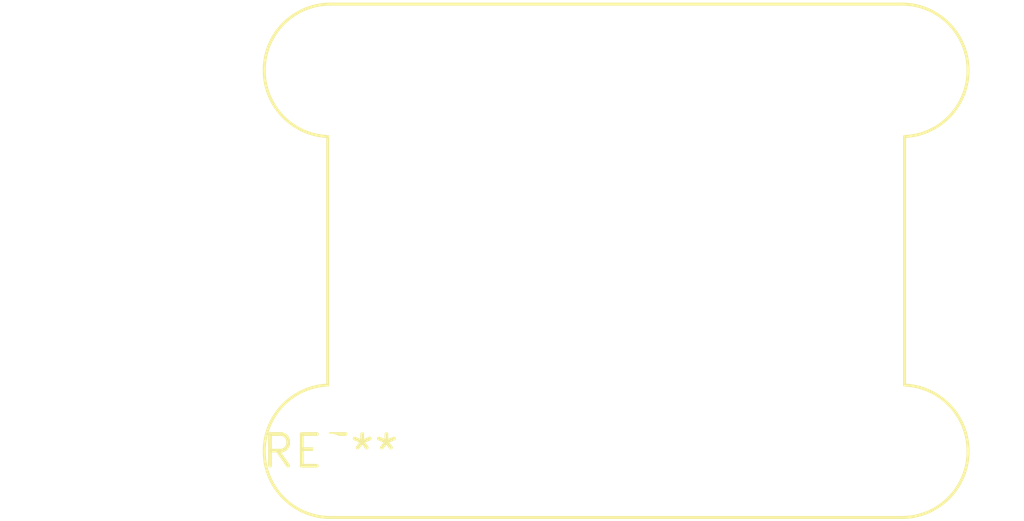
<source format=kicad_pcb>
(kicad_pcb (version 20240108) (generator pcbnew)
  (layers (0 "F.Cu" signal) (31 "B.Cu" signal) (34 "B.Paste" user) (35 "F.Paste" user) (36 "B.SilkS" user "B.Silkscreen") (37 "F.SilkS" user "F.Silkscreen") (38 "B.Mask" user) (39 "F.Mask" user) (44 "Edge.Cuts" user))
  (net 0 "")
  (footprint "L_Mount_Lodestone_VTM160" (layer "F.Cu") (at 0 0)
    (property "Reference" "REF**")
    (property "Value" "L_Mount_Lodestone_VTM160")
    (fp_line (start -0.11 -2.65) (end -0.11 -12.59) (layer "F.SilkS") (stroke (width 0.12)))
    (fp_line (start 0 -17.89) (end 22.86 -17.89) (layer "F.SilkS") (stroke (width 0.12)))
    (fp_line (start 0 2.65) (end 22.86 2.65) (layer "F.SilkS") (stroke (width 0.12)))
    (fp_line (start 22.97 -2.65) (end 22.97 -12.59) (layer "F.SilkS") (stroke (width 0.12)))
    (fp_arc (start -0.11097 -12.592325) (mid -2.649418 -15.295497) (end 0 -17.89) (layer "F.SilkS") (stroke (width 0.12)))
    (fp_arc (start 0 2.65) (mid -2.649419 0.055497) (end -0.11097 -2.647675) (layer "F.SilkS") (stroke (width 0.12)))
    (fp_arc (start 22.86 -17.89) (mid 25.509419 -15.295497) (end 22.97097 -12.592325) (layer "F.SilkS") (stroke (width 0.12)))
    (fp_arc (start 22.97097 -2.647675) (mid 25.509418 0.055497) (end 22.86 2.65) (layer "F.SilkS") (stroke (width 0.12)))
    (pad "1" thru_hole circle (at 0 0) (size 2.4 2.4) (drill 1.4) (layers *.Cu *.Mask) (remove_unused_layers))
    (pad "2" thru_hole circle (at 22.86 -15.24) (size 2.4 2.4) (drill 1.4) (layers *.Cu *.Mask) (remove_unused_layers))
    (pad "3" thru_hole circle (at 0 -15.24) (size 2.4 2.4) (drill 1.4) (layers *.Cu *.Mask) (remove_unused_layers))
    (pad "4" thru_hole circle (at 22.86 0) (size 2.4 2.4) (drill 1.4) (layers *.Cu *.Mask) (remove_unused_layers))
  )
)
</source>
